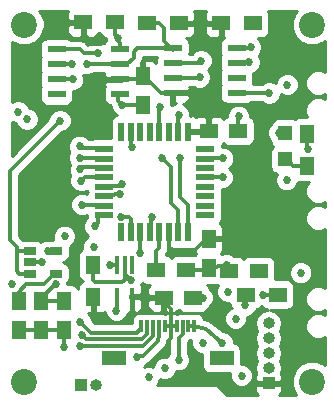
<source format=gtl>
G04 #@! TF.FileFunction,Copper,L1,Top,Signal*
%FSLAX46Y46*%
G04 Gerber Fmt 4.6, Leading zero omitted, Abs format (unit mm)*
G04 Created by KiCad (PCBNEW 4.0.5) date 04/27/18 19:00:17*
%MOMM*%
%LPD*%
G01*
G04 APERTURE LIST*
%ADD10C,0.100000*%
%ADD11R,0.300000X1.000000*%
%ADD12R,2.000000X1.300000*%
%ADD13R,1.500000X1.250000*%
%ADD14R,1.250000X1.500000*%
%ADD15R,1.000000X1.000000*%
%ADD16O,1.000000X1.000000*%
%ADD17R,1.500000X1.300000*%
%ADD18R,1.300000X1.500000*%
%ADD19R,1.060000X0.650000*%
%ADD20R,1.600000X0.550000*%
%ADD21R,0.550000X1.600000*%
%ADD22R,1.550000X0.600000*%
%ADD23R,0.400000X1.500000*%
%ADD24C,2.200000*%
%ADD25R,1.200000X1.200000*%
%ADD26C,0.685800*%
%ADD27C,0.300000*%
%ADD28C,0.152400*%
%ADD29C,0.254000*%
G04 APERTURE END LIST*
D10*
D11*
X115050000Y-81923000D03*
X114550000Y-81923000D03*
X114050000Y-81923000D03*
X113550000Y-81923000D03*
X113050000Y-81923000D03*
X115550000Y-81923000D03*
X116050000Y-81923000D03*
X116550000Y-81923000D03*
X117050000Y-81923000D03*
X117550000Y-81923000D03*
D12*
X110750000Y-84623000D03*
X119850000Y-84623000D03*
D13*
X118765000Y-65405000D03*
X121265000Y-65405000D03*
D14*
X118745000Y-74505500D03*
X118745000Y-77005500D03*
D13*
X114320000Y-77152500D03*
X116820000Y-77152500D03*
X122979500Y-77216000D03*
X120479500Y-77216000D03*
D14*
X102679500Y-82276000D03*
X102679500Y-79776000D03*
X106489500Y-79776000D03*
X106489500Y-82276000D03*
X113157000Y-63226000D03*
X113157000Y-60726000D03*
D13*
X114955000Y-79502000D03*
X117455000Y-79502000D03*
D14*
X104584500Y-79776000D03*
X104584500Y-82276000D03*
D15*
X123825000Y-86741000D03*
D16*
X123825000Y-85471000D03*
X123825000Y-84201000D03*
X123825000Y-82931000D03*
X123825000Y-81661000D03*
D17*
X124603500Y-79248000D03*
X121903500Y-79248000D03*
X116221500Y-56261000D03*
X113521500Y-56261000D03*
X108124000Y-56197500D03*
X110824000Y-56197500D03*
D18*
X108966000Y-79455000D03*
X108966000Y-76755000D03*
D19*
X103611500Y-75567500D03*
X103611500Y-76517500D03*
X103611500Y-77467500D03*
X105811500Y-77467500D03*
X105811500Y-75567500D03*
D20*
X118423000Y-72523000D03*
X118423000Y-71723000D03*
X118423000Y-70923000D03*
X118423000Y-70123000D03*
X118423000Y-69323000D03*
X118423000Y-68523000D03*
X118423000Y-67723000D03*
X118423000Y-66923000D03*
D21*
X116973000Y-65473000D03*
X116173000Y-65473000D03*
X115373000Y-65473000D03*
X114573000Y-65473000D03*
X113773000Y-65473000D03*
X112973000Y-65473000D03*
X112173000Y-65473000D03*
X111373000Y-65473000D03*
D20*
X109923000Y-66923000D03*
X109923000Y-67723000D03*
X109923000Y-68523000D03*
X109923000Y-69323000D03*
X109923000Y-70123000D03*
X109923000Y-70923000D03*
X109923000Y-71723000D03*
X109923000Y-72523000D03*
D21*
X111373000Y-73973000D03*
X112173000Y-73973000D03*
X112973000Y-73973000D03*
X113773000Y-73973000D03*
X114573000Y-73973000D03*
X115373000Y-73973000D03*
X116173000Y-73973000D03*
X116973000Y-73973000D03*
D22*
X105885000Y-58483500D03*
X105885000Y-59753500D03*
X105885000Y-61023500D03*
X105885000Y-62293500D03*
X111285000Y-62293500D03*
X111285000Y-61023500D03*
X111285000Y-59753500D03*
X111285000Y-58483500D03*
X121127500Y-62166500D03*
X121127500Y-60896500D03*
X121127500Y-59626500D03*
X121127500Y-58356500D03*
X115727500Y-58356500D03*
X115727500Y-59626500D03*
X115727500Y-60896500D03*
X115727500Y-62166500D03*
D23*
X112283000Y-76775000D03*
X111633000Y-76775000D03*
X110983000Y-76775000D03*
X110983000Y-79435000D03*
X112283000Y-79435000D03*
D18*
X127063500Y-68342500D03*
X127063500Y-65642500D03*
D17*
X119808000Y-56261000D03*
X122508000Y-56261000D03*
D24*
X103124000Y-86614000D03*
X127508000Y-56388000D03*
X127508000Y-86614000D03*
X103124000Y-56388000D03*
D25*
X125222000Y-65575000D03*
X125222000Y-67775000D03*
D15*
X107950000Y-86868000D03*
D16*
X109220000Y-86868000D03*
D26*
X122174000Y-59563000D03*
X122301000Y-58293000D03*
X118237000Y-79502000D03*
X119888000Y-83312000D03*
X113919000Y-72644000D03*
X116205000Y-64008000D03*
X121285000Y-64135000D03*
X107188000Y-59753500D03*
X127127000Y-66929000D03*
X120269000Y-76708000D03*
X104648000Y-76454000D03*
X110426500Y-76771500D03*
X111442500Y-63182500D03*
X106489500Y-83693000D03*
X122999500Y-77216000D03*
X121856500Y-80137000D03*
X111315500Y-72644000D03*
X115062000Y-85471000D03*
X106172000Y-64516000D03*
X109093000Y-73469500D03*
X102616000Y-63754000D03*
X108013500Y-71628000D03*
X103378000Y-64389000D03*
X110947200Y-80594200D03*
X112712500Y-84518500D03*
X111252000Y-70739000D03*
X106553000Y-74295000D03*
X107823000Y-83566000D03*
X108013500Y-82677000D03*
X109029500Y-75184000D03*
X107886500Y-68643500D03*
X107950000Y-69596000D03*
X107886500Y-81534000D03*
X116205000Y-84772500D03*
X112903000Y-75692000D03*
X121031000Y-81280000D03*
X123317000Y-79248000D03*
X102108000Y-78359000D03*
X108458000Y-59690000D03*
X107823000Y-66675000D03*
X118110000Y-59436000D03*
X107823000Y-67691000D03*
X111061500Y-57531000D03*
X112141000Y-78041500D03*
X120396000Y-78994000D03*
X117983000Y-60833000D03*
X125412500Y-61468000D03*
X112268000Y-66738500D03*
X125349000Y-69532500D03*
X119938800Y-69316600D03*
X111379000Y-69850000D03*
X126555500Y-77406500D03*
X107251500Y-61023500D03*
X114630200Y-63322200D03*
X119951500Y-67691000D03*
X124714000Y-65532000D03*
X123875800Y-62179200D03*
X109347000Y-58801000D03*
X122682000Y-56134000D03*
X113665000Y-86233000D03*
X105791000Y-78359000D03*
X105156000Y-75565000D03*
X121539000Y-86106000D03*
X118237000Y-83312000D03*
X116332000Y-67691000D03*
X114808000Y-67691000D03*
D27*
X118745000Y-74505500D02*
X118534500Y-74505500D01*
X118534500Y-74505500D02*
X117475000Y-75565000D01*
X115373000Y-75495000D02*
X115373000Y-73973000D01*
X115443000Y-75565000D02*
X115373000Y-75495000D01*
X117475000Y-75565000D02*
X115443000Y-75565000D01*
X116973000Y-65473000D02*
X118697000Y-65473000D01*
X118697000Y-65473000D02*
X118765000Y-65405000D01*
X115550000Y-81923000D02*
X115550000Y-82951000D01*
X115550000Y-82951000D02*
X115316000Y-83185000D01*
X114955000Y-79502000D02*
X114955000Y-79903000D01*
X114955000Y-79903000D02*
X115550000Y-80498000D01*
X115550000Y-80498000D02*
X115550000Y-81923000D01*
X108966000Y-79455000D02*
X108919000Y-79455000D01*
X118745000Y-74505500D02*
X119781000Y-74505500D01*
X119781000Y-74505500D02*
X120269000Y-74993500D01*
X115727500Y-62166500D02*
X114744500Y-62166500D01*
X114744500Y-62166500D02*
X113304000Y-60726000D01*
X113304000Y-60726000D02*
X113157000Y-60726000D01*
X111094500Y-61023500D02*
X112669000Y-61023500D01*
X112669000Y-61023500D02*
X112966500Y-60726000D01*
X116050000Y-81923000D02*
X115550000Y-81923000D01*
X115050000Y-81923000D02*
X115550000Y-81923000D01*
X108124000Y-56197500D02*
X108124000Y-57070000D01*
X108458000Y-57404000D02*
X108458000Y-58039000D01*
X108124000Y-57070000D02*
X108458000Y-57404000D01*
X108458000Y-58039000D02*
X108521500Y-58102500D01*
X108458000Y-58039000D02*
X109601000Y-58039000D01*
X121127500Y-59626500D02*
X122110500Y-59626500D01*
X122110500Y-59626500D02*
X122174000Y-59563000D01*
X121127500Y-58356500D02*
X122237500Y-58356500D01*
X122237500Y-58356500D02*
X122301000Y-58293000D01*
X117455000Y-79502000D02*
X118237000Y-79502000D01*
X117455000Y-79502000D02*
X117729000Y-79502000D01*
X117550000Y-81923000D02*
X118491000Y-82169000D01*
X118491000Y-82169000D02*
X119888000Y-83312000D01*
X117455000Y-79502000D02*
X117983000Y-79502000D01*
X113773000Y-73973000D02*
X113900000Y-72663000D01*
X113900000Y-72663000D02*
X113919000Y-72644000D01*
X116173000Y-65473000D02*
X116173000Y-64040000D01*
X116173000Y-64040000D02*
X116205000Y-64008000D01*
X121265000Y-65405000D02*
X121265000Y-64155000D01*
X121265000Y-64155000D02*
X121285000Y-64135000D01*
X127063500Y-65642500D02*
X127063500Y-66865500D01*
X127063500Y-66865500D02*
X127127000Y-66929000D01*
X120225500Y-76751500D02*
X120269000Y-76708000D01*
X120225500Y-76751500D02*
X118745000Y-77005500D01*
X103611500Y-76517500D02*
X104584500Y-76517500D01*
X104584500Y-76517500D02*
X104648000Y-76454000D01*
X110983000Y-76775000D02*
X110411500Y-76756500D01*
X110411500Y-76756500D02*
X110426500Y-76771500D01*
X116820000Y-77152500D02*
X118598000Y-77152500D01*
X118598000Y-77152500D02*
X118745000Y-77005500D01*
X117050000Y-81923000D02*
X117550000Y-81923000D01*
X111094500Y-62293500D02*
X111094500Y-62834500D01*
X111486000Y-63226000D02*
X111442500Y-63182500D01*
X111486000Y-63226000D02*
X112966500Y-63226000D01*
X111094500Y-62834500D02*
X111442500Y-63182500D01*
X105694500Y-59753500D02*
X107188000Y-59753500D01*
X102679500Y-82276000D02*
X104584500Y-82276000D01*
X104584500Y-82276000D02*
X106489500Y-82276000D01*
X106489500Y-82276000D02*
X106489500Y-83693000D01*
X114573000Y-73973000D02*
X114573000Y-75292000D01*
X114320000Y-75545000D02*
X114320000Y-77152500D01*
X114573000Y-75292000D02*
X114320000Y-75545000D01*
X114065000Y-76897500D02*
X114320000Y-77152500D01*
X112173000Y-73973000D02*
X112173000Y-72803000D01*
X112014000Y-72644000D02*
X111315500Y-72644000D01*
X112173000Y-72803000D02*
X112014000Y-72644000D01*
X122999500Y-77216000D02*
X122979500Y-77216000D01*
X121903500Y-79248000D02*
X121903500Y-80090000D01*
X121903500Y-80090000D02*
X121856500Y-80137000D01*
X105811500Y-77467500D02*
X105666500Y-77467500D01*
X105666500Y-77467500D02*
X104775000Y-78359000D01*
X104775000Y-78359000D02*
X103314500Y-78359000D01*
X103314500Y-78359000D02*
X102679500Y-78994000D01*
X102679500Y-78994000D02*
X102679500Y-79776000D01*
X101917500Y-74612500D02*
X102489000Y-75184000D01*
X102489000Y-75184000D02*
X102489000Y-75755500D01*
X101917500Y-68770500D02*
X101917500Y-74612500D01*
X106172000Y-64516000D02*
X101917500Y-68770500D01*
X103611500Y-75567500D02*
X102677000Y-75567500D01*
X102677000Y-77467500D02*
X103611500Y-77467500D01*
X102489000Y-77279500D02*
X102677000Y-77467500D01*
X102489000Y-75755500D02*
X102489000Y-77279500D01*
X102677000Y-75567500D02*
X102489000Y-75755500D01*
X109415000Y-73147500D02*
X109093000Y-73469500D01*
X109415000Y-72459500D02*
X109415000Y-73147500D01*
X108045000Y-71659500D02*
X108013500Y-71628000D01*
X109415000Y-71659500D02*
X108045000Y-71659500D01*
X114550000Y-82681000D02*
X114427000Y-83185000D01*
X110983000Y-79435000D02*
X110995700Y-80545700D01*
X110947200Y-80594200D02*
X110995700Y-80545700D01*
X114550000Y-82681000D02*
X114550000Y-81923000D01*
X113157000Y-84455000D02*
X112712500Y-84518500D01*
X114427000Y-83185000D02*
X113157000Y-84455000D01*
X114050000Y-81923000D02*
X114050000Y-82736500D01*
X111245500Y-70732500D02*
X109415000Y-70859500D01*
X111252000Y-70739000D02*
X111245500Y-70732500D01*
X113220500Y-83566000D02*
X107823000Y-83566000D01*
X114050000Y-82736500D02*
X113220500Y-83566000D01*
X113550000Y-82588800D02*
X113550000Y-81923000D01*
X108381800Y-83045300D02*
X108013500Y-82677000D01*
X113093500Y-83045300D02*
X108381800Y-83045300D01*
X113550000Y-82588800D02*
X113093500Y-83045300D01*
X108070500Y-68459500D02*
X109415000Y-68459500D01*
X107886500Y-68643500D02*
X108070500Y-68459500D01*
X113050000Y-81923000D02*
X113050000Y-82072800D01*
X113050000Y-82072800D02*
X112649000Y-82473800D01*
X112649000Y-82473800D02*
X108826300Y-82473800D01*
X108286500Y-69259500D02*
X109415000Y-69259500D01*
X108286500Y-69259500D02*
X107950000Y-69596000D01*
X108826300Y-82473800D02*
X107886500Y-81534000D01*
X116550000Y-81923000D02*
X116550000Y-82586000D01*
X116550000Y-82586000D02*
X116205000Y-82931000D01*
X116205000Y-82931000D02*
X116205000Y-84772500D01*
X112973000Y-75622000D02*
X112973000Y-73973000D01*
X112903000Y-75692000D02*
X112973000Y-75622000D01*
X123317000Y-79248000D02*
X124603500Y-79248000D01*
X111031000Y-59690000D02*
X108839000Y-59690000D01*
X108458000Y-59690000D02*
X108839000Y-59690000D01*
X108007500Y-66859500D02*
X107823000Y-66675000D01*
X108007500Y-66859500D02*
X109415000Y-66859500D01*
D28*
X111031000Y-59690000D02*
X111094500Y-59753500D01*
X109415000Y-66859500D02*
X108833000Y-66859500D01*
X110967500Y-59880500D02*
X111094500Y-59753500D01*
X111094500Y-59753500D02*
X111823500Y-59753500D01*
D27*
X111823500Y-59753500D02*
X112395000Y-59182000D01*
X112712500Y-58356500D02*
X115727500Y-58356500D01*
X112395000Y-58674000D02*
X112712500Y-58356500D01*
X112395000Y-59182000D02*
X112395000Y-58674000D01*
D28*
X115727500Y-58356500D02*
X115727500Y-58539400D01*
D27*
X115727500Y-58539400D02*
X114935000Y-57746900D01*
X114935000Y-57746900D02*
X114935000Y-56642000D01*
X114935000Y-56642000D02*
X114554000Y-56261000D01*
X114554000Y-56261000D02*
X113521500Y-56261000D01*
X115727500Y-59626500D02*
X117919500Y-59626500D01*
X117919500Y-59626500D02*
X118110000Y-59436000D01*
X109415000Y-67659500D02*
X107854500Y-67659500D01*
X107854500Y-67659500D02*
X107823000Y-67691000D01*
X110824000Y-56197500D02*
X110824000Y-57293500D01*
X110824000Y-57293500D02*
X111061500Y-57531000D01*
X110824000Y-56197500D02*
X111188500Y-56197500D01*
X111285000Y-58483500D02*
X111285000Y-57942500D01*
X111285000Y-57942500D02*
X111061500Y-57719000D01*
X111061500Y-57719000D02*
X111061500Y-57531000D01*
X115727500Y-60896500D02*
X117919500Y-60896500D01*
X112141000Y-78041500D02*
X111633000Y-77533500D01*
X111633000Y-77533500D02*
X111633000Y-76775000D01*
X117919500Y-60896500D02*
X117983000Y-60833000D01*
X108966000Y-76755000D02*
X108966000Y-77978000D01*
X108966000Y-77978000D02*
X109156500Y-78168500D01*
X109156500Y-78168500D02*
X111442500Y-78168500D01*
X111442500Y-78168500D02*
X111633000Y-77978000D01*
X111633000Y-77978000D02*
X111633000Y-76775000D01*
X112173000Y-66643500D02*
X112268000Y-66738500D01*
X112173000Y-66643500D02*
X112268000Y-66738500D01*
X112173000Y-65473000D02*
X112173000Y-66643500D01*
X117915000Y-69259500D02*
X119881700Y-69259500D01*
X119881700Y-69259500D02*
X119938800Y-69316600D01*
X111169500Y-70059500D02*
X111379000Y-69850000D01*
X111169500Y-70059500D02*
X109415000Y-70059500D01*
X114573000Y-65473000D02*
X114573000Y-63379400D01*
X114573000Y-63379400D02*
X114630200Y-63322200D01*
X105885000Y-61023500D02*
X107251500Y-61023500D01*
X114630200Y-63322200D02*
X114579400Y-63373000D01*
X117915000Y-67659500D02*
X119920000Y-67659500D01*
X119920000Y-67659500D02*
X119951500Y-67691000D01*
X124714000Y-65532000D02*
X124734500Y-65511500D01*
D28*
X124734500Y-65511500D02*
X124777500Y-65511500D01*
D27*
X125158500Y-67711500D02*
X125306000Y-67711500D01*
X125306000Y-67711500D02*
X125937000Y-68342500D01*
X125937000Y-68342500D02*
X127063500Y-68342500D01*
X107886500Y-58483500D02*
X108204000Y-58801000D01*
X108204000Y-58801000D02*
X109347000Y-58801000D01*
X105885000Y-58483500D02*
X107886500Y-58483500D01*
X122682000Y-56134000D02*
X122635000Y-56134000D01*
X123863100Y-62166500D02*
X121127500Y-62166500D01*
X123875800Y-62179200D02*
X123863100Y-62166500D01*
X105811500Y-75567500D02*
X105158500Y-75567500D01*
X105791000Y-78359000D02*
X104584500Y-79565500D01*
X105158500Y-75567500D02*
X105156000Y-75565000D01*
X104584500Y-79565500D02*
X104584500Y-79776000D01*
X104584500Y-79776000D02*
X104882000Y-79776000D01*
X104584500Y-79776000D02*
X106489500Y-79776000D01*
X106489500Y-79776000D02*
X106489500Y-79438500D01*
X106810500Y-79455000D02*
X106489500Y-79776000D01*
X116973000Y-73973000D02*
X116973000Y-71634000D01*
X116332000Y-70993000D02*
X116332000Y-67691000D01*
X116973000Y-71634000D02*
X116332000Y-70993000D01*
X116173000Y-72104000D02*
X116173000Y-73973000D01*
X115570000Y-71501000D02*
X116173000Y-72104000D01*
X115570000Y-68453000D02*
X115570000Y-71501000D01*
X114808000Y-67691000D02*
X115570000Y-68453000D01*
D29*
G36*
X118519673Y-55251301D02*
X118423000Y-55484690D01*
X118423000Y-55975250D01*
X118581750Y-56134000D01*
X119681000Y-56134000D01*
X119681000Y-56114000D01*
X119935000Y-56114000D01*
X119935000Y-56134000D01*
X119955000Y-56134000D01*
X119955000Y-56388000D01*
X119935000Y-56388000D01*
X119935000Y-57387250D01*
X120046543Y-57498793D01*
X119901059Y-57592410D01*
X119756069Y-57804610D01*
X119705060Y-58056500D01*
X119705060Y-58656500D01*
X119749338Y-58891817D01*
X119813178Y-58991028D01*
X119756069Y-59074610D01*
X119705060Y-59326500D01*
X119705060Y-59926500D01*
X119749338Y-60161817D01*
X119813178Y-60261028D01*
X119756069Y-60344610D01*
X119705060Y-60596500D01*
X119705060Y-61196500D01*
X119749338Y-61431817D01*
X119813178Y-61531028D01*
X119756069Y-61614610D01*
X119705060Y-61866500D01*
X119705060Y-62466500D01*
X119749338Y-62701817D01*
X119888410Y-62917941D01*
X120100610Y-63062931D01*
X120352500Y-63113940D01*
X121902500Y-63113940D01*
X122137817Y-63069662D01*
X122321446Y-62951500D01*
X123264999Y-62951500D01*
X123321141Y-63007740D01*
X123680430Y-63156930D01*
X124069463Y-63157269D01*
X124429012Y-63008707D01*
X124704340Y-62733859D01*
X124853530Y-62374570D01*
X124853602Y-62292293D01*
X124857841Y-62296540D01*
X125217130Y-62445730D01*
X125606163Y-62446069D01*
X125965712Y-62297507D01*
X126241040Y-62022659D01*
X126390230Y-61663370D01*
X126390569Y-61274337D01*
X126242007Y-60914788D01*
X125967159Y-60639460D01*
X125607870Y-60490270D01*
X125218837Y-60489931D01*
X124859288Y-60638493D01*
X124583960Y-60913341D01*
X124434770Y-61272630D01*
X124434698Y-61354907D01*
X124430459Y-61350660D01*
X124071170Y-61201470D01*
X123682137Y-61201131D01*
X123322588Y-61349693D01*
X123290725Y-61381500D01*
X122512477Y-61381500D01*
X122549940Y-61196500D01*
X122549940Y-60596500D01*
X122527113Y-60475186D01*
X122727212Y-60392507D01*
X123002540Y-60117659D01*
X123151730Y-59758370D01*
X123152069Y-59369337D01*
X123003507Y-59009788D01*
X122985349Y-58991598D01*
X123129540Y-58847659D01*
X123278730Y-58488370D01*
X123279069Y-58099337D01*
X123130507Y-57739788D01*
X122949475Y-57558440D01*
X123258000Y-57558440D01*
X123493317Y-57514162D01*
X123709441Y-57375090D01*
X123854431Y-57162890D01*
X123905440Y-56911000D01*
X123905440Y-55611000D01*
X123861162Y-55375683D01*
X123777070Y-55245000D01*
X126197192Y-55245000D01*
X126037996Y-55403918D01*
X125773301Y-56041373D01*
X125772699Y-56731599D01*
X126036281Y-57369515D01*
X126523918Y-57858004D01*
X127161373Y-58122699D01*
X127851599Y-58123301D01*
X128489515Y-57859719D01*
X128574689Y-57774694D01*
X128574467Y-60391075D01*
X128232767Y-60249189D01*
X127801127Y-60248812D01*
X127402200Y-60413646D01*
X127096718Y-60718595D01*
X126931189Y-61117233D01*
X126930812Y-61548873D01*
X127095646Y-61947800D01*
X127400595Y-62253282D01*
X127799233Y-62418811D01*
X128230873Y-62419188D01*
X128574307Y-62277283D01*
X128574272Y-62690994D01*
X128232767Y-62549189D01*
X127801127Y-62548812D01*
X127402200Y-62713646D01*
X127096718Y-63018595D01*
X126931189Y-63417233D01*
X126930812Y-63848873D01*
X127094514Y-64245060D01*
X126413500Y-64245060D01*
X126178183Y-64289338D01*
X126047743Y-64373274D01*
X125822000Y-64327560D01*
X124622000Y-64327560D01*
X124386683Y-64371838D01*
X124170559Y-64510910D01*
X124025569Y-64723110D01*
X123996541Y-64866453D01*
X123885460Y-64977341D01*
X123736270Y-65336630D01*
X123735931Y-65725663D01*
X123884493Y-66085212D01*
X123974661Y-66175538D01*
X124018838Y-66410317D01*
X124157910Y-66626441D01*
X124227711Y-66674134D01*
X124170559Y-66710910D01*
X124025569Y-66923110D01*
X123974560Y-67175000D01*
X123974560Y-68375000D01*
X124018838Y-68610317D01*
X124157910Y-68826441D01*
X124370110Y-68971431D01*
X124511253Y-69000013D01*
X124371270Y-69337130D01*
X124370931Y-69726163D01*
X124519493Y-70085712D01*
X124794341Y-70361040D01*
X125153630Y-70510230D01*
X125542663Y-70510569D01*
X125902212Y-70362007D01*
X126177540Y-70087159D01*
X126326730Y-69727870D01*
X126326735Y-69722370D01*
X126413500Y-69739940D01*
X127219587Y-69739940D01*
X127096718Y-69862595D01*
X126931189Y-70261233D01*
X126930812Y-70692873D01*
X127095646Y-71091800D01*
X127400595Y-71397282D01*
X127799233Y-71562811D01*
X128230873Y-71563188D01*
X128573533Y-71421603D01*
X128573498Y-71834673D01*
X128232767Y-71693189D01*
X127801127Y-71692812D01*
X127402200Y-71857646D01*
X127096718Y-72162595D01*
X126931189Y-72561233D01*
X126930812Y-72992873D01*
X127095646Y-73391800D01*
X127400595Y-73697282D01*
X127799233Y-73862811D01*
X128230873Y-73863188D01*
X128573338Y-73721684D01*
X128572918Y-78678432D01*
X128232767Y-78537189D01*
X127801127Y-78536812D01*
X127402200Y-78701646D01*
X127096718Y-79006595D01*
X126931189Y-79405233D01*
X126930812Y-79836873D01*
X127095646Y-80235800D01*
X127400595Y-80541282D01*
X127799233Y-80706811D01*
X128230873Y-80707188D01*
X128572758Y-80565923D01*
X128572723Y-80978351D01*
X128232767Y-80837189D01*
X127801127Y-80836812D01*
X127402200Y-81001646D01*
X127096718Y-81306595D01*
X126931189Y-81705233D01*
X126930812Y-82136873D01*
X127095646Y-82535800D01*
X127400595Y-82841282D01*
X127799233Y-83006811D01*
X128230873Y-83007188D01*
X128572563Y-82866004D01*
X128572363Y-85224418D01*
X128492082Y-85143996D01*
X127854627Y-84879301D01*
X127164401Y-84878699D01*
X126526485Y-85142281D01*
X126037996Y-85629918D01*
X125773301Y-86267373D01*
X125772699Y-86957599D01*
X126036281Y-87595515D01*
X126172129Y-87731600D01*
X124732425Y-87731600D01*
X124863327Y-87600699D01*
X124960000Y-87367310D01*
X124960000Y-87026750D01*
X124801250Y-86868000D01*
X123952000Y-86868000D01*
X123952000Y-86888000D01*
X123698000Y-86888000D01*
X123698000Y-86868000D01*
X122848750Y-86868000D01*
X122690000Y-87026750D01*
X122690000Y-87367310D01*
X122786673Y-87600699D01*
X122917575Y-87731600D01*
X120332494Y-87731600D01*
X119653568Y-87080167D01*
X119534774Y-87004294D01*
X119417605Y-86926004D01*
X119409749Y-86924441D01*
X119402997Y-86920129D01*
X119264230Y-86895496D01*
X119126000Y-86868000D01*
X114413059Y-86868000D01*
X114493540Y-86787659D01*
X114642730Y-86428370D01*
X114642793Y-86355785D01*
X114866630Y-86448730D01*
X115255663Y-86449069D01*
X115615212Y-86300507D01*
X115890540Y-86025659D01*
X116005603Y-85748558D01*
X116009630Y-85750230D01*
X116398663Y-85750569D01*
X116758212Y-85602007D01*
X117033540Y-85327159D01*
X117182730Y-84967870D01*
X117183069Y-84578837D01*
X117034507Y-84219288D01*
X116990000Y-84174703D01*
X116990000Y-83256158D01*
X117105079Y-83141079D01*
X117152278Y-83070440D01*
X117200000Y-83070440D01*
X117285099Y-83054428D01*
X117259270Y-83116630D01*
X117258931Y-83505663D01*
X117407493Y-83865212D01*
X117682341Y-84140540D01*
X118041630Y-84289730D01*
X118202560Y-84289870D01*
X118202560Y-85273000D01*
X118246838Y-85508317D01*
X118385910Y-85724441D01*
X118598110Y-85869431D01*
X118850000Y-85920440D01*
X120561261Y-85920440D01*
X120560931Y-86299663D01*
X120709493Y-86659212D01*
X120984341Y-86934540D01*
X121343630Y-87083730D01*
X121732663Y-87084069D01*
X122092212Y-86935507D01*
X122367540Y-86660659D01*
X122516730Y-86301370D01*
X122517069Y-85912337D01*
X122368507Y-85552788D01*
X122093659Y-85277460D01*
X121734370Y-85128270D01*
X121497440Y-85128064D01*
X121497440Y-83973000D01*
X121453162Y-83737683D01*
X121314090Y-83521559D01*
X121101890Y-83376569D01*
X120865886Y-83328777D01*
X120866069Y-83118337D01*
X120717507Y-82758788D01*
X120442659Y-82483460D01*
X120083370Y-82334270D01*
X119932497Y-82334139D01*
X118988092Y-81561444D01*
X118974953Y-81554446D01*
X118965071Y-81543316D01*
X118840229Y-81482694D01*
X118717751Y-81417463D01*
X118702939Y-81416026D01*
X118689546Y-81409523D01*
X118327074Y-81314764D01*
X118303162Y-81187683D01*
X118164090Y-80971559D01*
X117951890Y-80826569D01*
X117700000Y-80775560D01*
X117400000Y-80775560D01*
X117296329Y-80795067D01*
X117200000Y-80775560D01*
X116900000Y-80775560D01*
X116796329Y-80795067D01*
X116700000Y-80775560D01*
X116400000Y-80775560D01*
X116328676Y-80788981D01*
X116326309Y-80788000D01*
X116283750Y-80788000D01*
X116272129Y-80799621D01*
X116164683Y-80819838D01*
X116061354Y-80886329D01*
X116059698Y-80884673D01*
X115826309Y-80788000D01*
X115773691Y-80788000D01*
X115550000Y-80880656D01*
X115326309Y-80788000D01*
X115273691Y-80788000D01*
X115040302Y-80884673D01*
X115038932Y-80886043D01*
X114951890Y-80826569D01*
X114830170Y-80801920D01*
X114816250Y-80788000D01*
X114773691Y-80788000D01*
X114769665Y-80789668D01*
X114700000Y-80775560D01*
X114400000Y-80775560D01*
X114296329Y-80795067D01*
X114200000Y-80775560D01*
X113900000Y-80775560D01*
X113796329Y-80795067D01*
X113700000Y-80775560D01*
X113400000Y-80775560D01*
X113296329Y-80795067D01*
X113200000Y-80775560D01*
X112900000Y-80775560D01*
X112664683Y-80819838D01*
X112448559Y-80958910D01*
X112303569Y-81171110D01*
X112252560Y-81423000D01*
X112252560Y-81688800D01*
X109151458Y-81688800D01*
X108864515Y-81401857D01*
X108864569Y-81340337D01*
X108716007Y-80980788D01*
X108575464Y-80840000D01*
X108680250Y-80840000D01*
X108839000Y-80681250D01*
X108839000Y-79582000D01*
X108819000Y-79582000D01*
X108819000Y-79328000D01*
X108839000Y-79328000D01*
X108839000Y-79308000D01*
X109093000Y-79308000D01*
X109093000Y-79328000D01*
X109113000Y-79328000D01*
X109113000Y-79582000D01*
X109093000Y-79582000D01*
X109093000Y-80681250D01*
X109251750Y-80840000D01*
X109742310Y-80840000D01*
X109969167Y-80746032D01*
X109969131Y-80787863D01*
X110117693Y-81147412D01*
X110392541Y-81422740D01*
X110751830Y-81571930D01*
X111140863Y-81572269D01*
X111500412Y-81423707D01*
X111775740Y-81148859D01*
X111918810Y-80804309D01*
X111956690Y-80820000D01*
X112024250Y-80820000D01*
X112183000Y-80661250D01*
X112183000Y-79562000D01*
X112383000Y-79562000D01*
X112383000Y-80661250D01*
X112541750Y-80820000D01*
X112609310Y-80820000D01*
X112842699Y-80723327D01*
X113021327Y-80544698D01*
X113118000Y-80311309D01*
X113118000Y-79787750D01*
X113570000Y-79787750D01*
X113570000Y-80253310D01*
X113666673Y-80486699D01*
X113845302Y-80665327D01*
X114078691Y-80762000D01*
X114669250Y-80762000D01*
X114828000Y-80603250D01*
X114828000Y-79629000D01*
X113728750Y-79629000D01*
X113570000Y-79787750D01*
X113118000Y-79787750D01*
X113118000Y-79720750D01*
X112959250Y-79562000D01*
X112383000Y-79562000D01*
X112183000Y-79562000D01*
X112136000Y-79562000D01*
X112136000Y-79308000D01*
X112183000Y-79308000D01*
X112183000Y-79288000D01*
X112383000Y-79288000D01*
X112383000Y-79308000D01*
X112959250Y-79308000D01*
X113118000Y-79149250D01*
X113118000Y-78558691D01*
X113051631Y-78398462D01*
X113118461Y-78237517D01*
X113318110Y-78373931D01*
X113570000Y-78424940D01*
X113759035Y-78424940D01*
X113666673Y-78517301D01*
X113570000Y-78750690D01*
X113570000Y-79216250D01*
X113728750Y-79375000D01*
X114828000Y-79375000D01*
X114828000Y-79355000D01*
X115082000Y-79355000D01*
X115082000Y-79375000D01*
X115102000Y-79375000D01*
X115102000Y-79629000D01*
X115082000Y-79629000D01*
X115082000Y-80603250D01*
X115240750Y-80762000D01*
X115831309Y-80762000D01*
X116064698Y-80665327D01*
X116205936Y-80524090D01*
X116240910Y-80578441D01*
X116453110Y-80723431D01*
X116705000Y-80774440D01*
X118205000Y-80774440D01*
X118440317Y-80730162D01*
X118656441Y-80591090D01*
X118801431Y-80378890D01*
X118816300Y-80305464D01*
X119065540Y-80056659D01*
X119214730Y-79697370D01*
X119215069Y-79308337D01*
X119066507Y-78948788D01*
X118819363Y-78701213D01*
X118808162Y-78641683D01*
X118669090Y-78425559D01*
X118635986Y-78402940D01*
X119370000Y-78402940D01*
X119414795Y-78394511D01*
X119477610Y-78437431D01*
X119561222Y-78454363D01*
X119418270Y-78798630D01*
X119417931Y-79187663D01*
X119566493Y-79547212D01*
X119841341Y-79822540D01*
X120200630Y-79971730D01*
X120519986Y-79972008D01*
X120550338Y-80133317D01*
X120689410Y-80349441D01*
X120701824Y-80357923D01*
X120477788Y-80450493D01*
X120202460Y-80725341D01*
X120053270Y-81084630D01*
X120052931Y-81473663D01*
X120201493Y-81833212D01*
X120476341Y-82108540D01*
X120835630Y-82257730D01*
X121224663Y-82258069D01*
X121584212Y-82109507D01*
X121859540Y-81834659D01*
X122008730Y-81475370D01*
X122009044Y-81115033D01*
X122050163Y-81115069D01*
X122409712Y-80966507D01*
X122685040Y-80691659D01*
X122753575Y-80526610D01*
X122888817Y-80501162D01*
X123104941Y-80362090D01*
X123198066Y-80225797D01*
X123309910Y-80225894D01*
X123389410Y-80349441D01*
X123601610Y-80494431D01*
X123779931Y-80530542D01*
X123368418Y-80612397D01*
X123000198Y-80858434D01*
X122754161Y-81226654D01*
X122667764Y-81661000D01*
X122754161Y-82095346D01*
X122888234Y-82296000D01*
X122754161Y-82496654D01*
X122667764Y-82931000D01*
X122754161Y-83365346D01*
X122888234Y-83566000D01*
X122754161Y-83766654D01*
X122667764Y-84201000D01*
X122754161Y-84635346D01*
X122888234Y-84836000D01*
X122754161Y-85036654D01*
X122667764Y-85471000D01*
X122754161Y-85905346D01*
X122768083Y-85926182D01*
X122690000Y-86114690D01*
X122690000Y-86455250D01*
X122848750Y-86614000D01*
X123698000Y-86614000D01*
X123698000Y-86594000D01*
X123742436Y-86594000D01*
X123802764Y-86606000D01*
X123847236Y-86606000D01*
X123907564Y-86594000D01*
X123952000Y-86594000D01*
X123952000Y-86614000D01*
X124801250Y-86614000D01*
X124960000Y-86455250D01*
X124960000Y-86114690D01*
X124881917Y-85926182D01*
X124895839Y-85905346D01*
X124982236Y-85471000D01*
X124895839Y-85036654D01*
X124761766Y-84836000D01*
X124895839Y-84635346D01*
X124982236Y-84201000D01*
X124895839Y-83766654D01*
X124761766Y-83566000D01*
X124895839Y-83365346D01*
X124982236Y-82931000D01*
X124895839Y-82496654D01*
X124761766Y-82296000D01*
X124895839Y-82095346D01*
X124982236Y-81661000D01*
X124895839Y-81226654D01*
X124649802Y-80858434D01*
X124281582Y-80612397D01*
X123944967Y-80545440D01*
X125353500Y-80545440D01*
X125588817Y-80501162D01*
X125804941Y-80362090D01*
X125949931Y-80149890D01*
X126000940Y-79898000D01*
X126000940Y-78598000D01*
X125956662Y-78362683D01*
X125817590Y-78146559D01*
X125605390Y-78001569D01*
X125353500Y-77950560D01*
X124354754Y-77950560D01*
X124376940Y-77841000D01*
X124376940Y-77600163D01*
X125577431Y-77600163D01*
X125725993Y-77959712D01*
X126000841Y-78235040D01*
X126360130Y-78384230D01*
X126749163Y-78384569D01*
X127108712Y-78236007D01*
X127384040Y-77961159D01*
X127533230Y-77601870D01*
X127533569Y-77212837D01*
X127385007Y-76853288D01*
X127110159Y-76577960D01*
X126750870Y-76428770D01*
X126361837Y-76428431D01*
X126002288Y-76576993D01*
X125726960Y-76851841D01*
X125577770Y-77211130D01*
X125577431Y-77600163D01*
X124376940Y-77600163D01*
X124376940Y-76591000D01*
X124332662Y-76355683D01*
X124193590Y-76139559D01*
X123981390Y-75994569D01*
X123729500Y-75943560D01*
X122229500Y-75943560D01*
X121994183Y-75987838D01*
X121778059Y-76126910D01*
X121730366Y-76196711D01*
X121693590Y-76139559D01*
X121481390Y-75994569D01*
X121229500Y-75943560D01*
X120887647Y-75943560D01*
X120823659Y-75879460D01*
X120464370Y-75730270D01*
X120075337Y-75729931D01*
X119847079Y-75824245D01*
X119834090Y-75804059D01*
X119765994Y-75757531D01*
X119908327Y-75615198D01*
X120005000Y-75381809D01*
X120005000Y-74791250D01*
X119846250Y-74632500D01*
X118872000Y-74632500D01*
X118872000Y-74652500D01*
X118618000Y-74652500D01*
X118618000Y-74632500D01*
X118598000Y-74632500D01*
X118598000Y-74378500D01*
X118618000Y-74378500D01*
X118618000Y-74358500D01*
X118872000Y-74358500D01*
X118872000Y-74378500D01*
X119846250Y-74378500D01*
X120005000Y-74219750D01*
X120005000Y-73629191D01*
X119908327Y-73395802D01*
X119729699Y-73217173D01*
X119710551Y-73209242D01*
X119819431Y-73049890D01*
X119870440Y-72798000D01*
X119870440Y-72248000D01*
X119846056Y-72118411D01*
X119870440Y-71998000D01*
X119870440Y-71448000D01*
X119846056Y-71318411D01*
X119870440Y-71198000D01*
X119870440Y-70648000D01*
X119846056Y-70518411D01*
X119870440Y-70398000D01*
X119870440Y-70294441D01*
X120132463Y-70294669D01*
X120492012Y-70146107D01*
X120767340Y-69871259D01*
X120916530Y-69511970D01*
X120916869Y-69122937D01*
X120768307Y-68763388D01*
X120515299Y-68509938D01*
X120780040Y-68245659D01*
X120929230Y-67886370D01*
X120929569Y-67497337D01*
X120781007Y-67137788D01*
X120506159Y-66862460D01*
X120146870Y-66713270D01*
X119870440Y-66713029D01*
X119870440Y-66648000D01*
X119856840Y-66575724D01*
X119874698Y-66568327D01*
X120015936Y-66427090D01*
X120050910Y-66481441D01*
X120263110Y-66626431D01*
X120515000Y-66677440D01*
X122015000Y-66677440D01*
X122250317Y-66633162D01*
X122466441Y-66494090D01*
X122611431Y-66281890D01*
X122662440Y-66030000D01*
X122662440Y-64780000D01*
X122618162Y-64544683D01*
X122479090Y-64328559D01*
X122266890Y-64183569D01*
X122262859Y-64182753D01*
X122263069Y-63941337D01*
X122114507Y-63581788D01*
X121839659Y-63306460D01*
X121480370Y-63157270D01*
X121091337Y-63156931D01*
X120731788Y-63305493D01*
X120456460Y-63580341D01*
X120307270Y-63939630D01*
X120307068Y-64171685D01*
X120279683Y-64176838D01*
X120063559Y-64315910D01*
X120017031Y-64384006D01*
X119874698Y-64241673D01*
X119641309Y-64145000D01*
X119050750Y-64145000D01*
X118892000Y-64303750D01*
X118892000Y-65278000D01*
X118912000Y-65278000D01*
X118912000Y-65532000D01*
X118892000Y-65532000D01*
X118892000Y-65552000D01*
X118638000Y-65552000D01*
X118638000Y-65532000D01*
X117538750Y-65532000D01*
X117470750Y-65600000D01*
X117100000Y-65600000D01*
X117100000Y-65620000D01*
X117095440Y-65620000D01*
X117095440Y-65326000D01*
X117100000Y-65326000D01*
X117100000Y-65346000D01*
X117724250Y-65346000D01*
X117792250Y-65278000D01*
X118638000Y-65278000D01*
X118638000Y-64303750D01*
X118479250Y-64145000D01*
X117888691Y-64145000D01*
X117697302Y-64224276D01*
X117607699Y-64134673D01*
X117374310Y-64038000D01*
X117258750Y-64038000D01*
X117182808Y-64113942D01*
X117183069Y-63814337D01*
X117034507Y-63454788D01*
X116759659Y-63179460D01*
X116571911Y-63101500D01*
X116628809Y-63101500D01*
X116862198Y-63004827D01*
X117040827Y-62826199D01*
X117137500Y-62592810D01*
X117137500Y-62452250D01*
X116978750Y-62293500D01*
X115854500Y-62293500D01*
X115854500Y-62942750D01*
X115962047Y-63050297D01*
X115651788Y-63178493D01*
X115608188Y-63222017D01*
X115608269Y-63128537D01*
X115551677Y-62991573D01*
X115600500Y-62942750D01*
X115600500Y-62293500D01*
X115580500Y-62293500D01*
X115580500Y-62039500D01*
X115600500Y-62039500D01*
X115600500Y-62019500D01*
X115854500Y-62019500D01*
X115854500Y-62039500D01*
X116978750Y-62039500D01*
X117137500Y-61880750D01*
X117137500Y-61740190D01*
X117113190Y-61681500D01*
X117476410Y-61681500D01*
X117787630Y-61810730D01*
X118176663Y-61811069D01*
X118536212Y-61662507D01*
X118811540Y-61387659D01*
X118960730Y-61028370D01*
X118961069Y-60639337D01*
X118812507Y-60279788D01*
X118730849Y-60197988D01*
X118938540Y-59990659D01*
X119087730Y-59631370D01*
X119088069Y-59242337D01*
X118939507Y-58882788D01*
X118664659Y-58607460D01*
X118305370Y-58458270D01*
X117916337Y-58457931D01*
X117556788Y-58606493D01*
X117321371Y-58841500D01*
X117112477Y-58841500D01*
X117149940Y-58656500D01*
X117149940Y-58056500D01*
X117105662Y-57821183D01*
X116966590Y-57605059D01*
X116880154Y-57546000D01*
X117097809Y-57546000D01*
X117331198Y-57449327D01*
X117509827Y-57270699D01*
X117606500Y-57037310D01*
X117606500Y-56546750D01*
X118423000Y-56546750D01*
X118423000Y-57037310D01*
X118519673Y-57270699D01*
X118698302Y-57449327D01*
X118931691Y-57546000D01*
X119522250Y-57546000D01*
X119681000Y-57387250D01*
X119681000Y-56388000D01*
X118581750Y-56388000D01*
X118423000Y-56546750D01*
X117606500Y-56546750D01*
X117447750Y-56388000D01*
X116348500Y-56388000D01*
X116348500Y-56408000D01*
X116094500Y-56408000D01*
X116094500Y-56388000D01*
X116074500Y-56388000D01*
X116074500Y-56134000D01*
X116094500Y-56134000D01*
X116094500Y-56114000D01*
X116348500Y-56114000D01*
X116348500Y-56134000D01*
X117447750Y-56134000D01*
X117606500Y-55975250D01*
X117606500Y-55484690D01*
X117509827Y-55251301D01*
X117503526Y-55245000D01*
X118525974Y-55245000D01*
X118519673Y-55251301D01*
X118519673Y-55251301D01*
G37*
X118519673Y-55251301D02*
X118423000Y-55484690D01*
X118423000Y-55975250D01*
X118581750Y-56134000D01*
X119681000Y-56134000D01*
X119681000Y-56114000D01*
X119935000Y-56114000D01*
X119935000Y-56134000D01*
X119955000Y-56134000D01*
X119955000Y-56388000D01*
X119935000Y-56388000D01*
X119935000Y-57387250D01*
X120046543Y-57498793D01*
X119901059Y-57592410D01*
X119756069Y-57804610D01*
X119705060Y-58056500D01*
X119705060Y-58656500D01*
X119749338Y-58891817D01*
X119813178Y-58991028D01*
X119756069Y-59074610D01*
X119705060Y-59326500D01*
X119705060Y-59926500D01*
X119749338Y-60161817D01*
X119813178Y-60261028D01*
X119756069Y-60344610D01*
X119705060Y-60596500D01*
X119705060Y-61196500D01*
X119749338Y-61431817D01*
X119813178Y-61531028D01*
X119756069Y-61614610D01*
X119705060Y-61866500D01*
X119705060Y-62466500D01*
X119749338Y-62701817D01*
X119888410Y-62917941D01*
X120100610Y-63062931D01*
X120352500Y-63113940D01*
X121902500Y-63113940D01*
X122137817Y-63069662D01*
X122321446Y-62951500D01*
X123264999Y-62951500D01*
X123321141Y-63007740D01*
X123680430Y-63156930D01*
X124069463Y-63157269D01*
X124429012Y-63008707D01*
X124704340Y-62733859D01*
X124853530Y-62374570D01*
X124853602Y-62292293D01*
X124857841Y-62296540D01*
X125217130Y-62445730D01*
X125606163Y-62446069D01*
X125965712Y-62297507D01*
X126241040Y-62022659D01*
X126390230Y-61663370D01*
X126390569Y-61274337D01*
X126242007Y-60914788D01*
X125967159Y-60639460D01*
X125607870Y-60490270D01*
X125218837Y-60489931D01*
X124859288Y-60638493D01*
X124583960Y-60913341D01*
X124434770Y-61272630D01*
X124434698Y-61354907D01*
X124430459Y-61350660D01*
X124071170Y-61201470D01*
X123682137Y-61201131D01*
X123322588Y-61349693D01*
X123290725Y-61381500D01*
X122512477Y-61381500D01*
X122549940Y-61196500D01*
X122549940Y-60596500D01*
X122527113Y-60475186D01*
X122727212Y-60392507D01*
X123002540Y-60117659D01*
X123151730Y-59758370D01*
X123152069Y-59369337D01*
X123003507Y-59009788D01*
X122985349Y-58991598D01*
X123129540Y-58847659D01*
X123278730Y-58488370D01*
X123279069Y-58099337D01*
X123130507Y-57739788D01*
X122949475Y-57558440D01*
X123258000Y-57558440D01*
X123493317Y-57514162D01*
X123709441Y-57375090D01*
X123854431Y-57162890D01*
X123905440Y-56911000D01*
X123905440Y-55611000D01*
X123861162Y-55375683D01*
X123777070Y-55245000D01*
X126197192Y-55245000D01*
X126037996Y-55403918D01*
X125773301Y-56041373D01*
X125772699Y-56731599D01*
X126036281Y-57369515D01*
X126523918Y-57858004D01*
X127161373Y-58122699D01*
X127851599Y-58123301D01*
X128489515Y-57859719D01*
X128574689Y-57774694D01*
X128574467Y-60391075D01*
X128232767Y-60249189D01*
X127801127Y-60248812D01*
X127402200Y-60413646D01*
X127096718Y-60718595D01*
X126931189Y-61117233D01*
X126930812Y-61548873D01*
X127095646Y-61947800D01*
X127400595Y-62253282D01*
X127799233Y-62418811D01*
X128230873Y-62419188D01*
X128574307Y-62277283D01*
X128574272Y-62690994D01*
X128232767Y-62549189D01*
X127801127Y-62548812D01*
X127402200Y-62713646D01*
X127096718Y-63018595D01*
X126931189Y-63417233D01*
X126930812Y-63848873D01*
X127094514Y-64245060D01*
X126413500Y-64245060D01*
X126178183Y-64289338D01*
X126047743Y-64373274D01*
X125822000Y-64327560D01*
X124622000Y-64327560D01*
X124386683Y-64371838D01*
X124170559Y-64510910D01*
X124025569Y-64723110D01*
X123996541Y-64866453D01*
X123885460Y-64977341D01*
X123736270Y-65336630D01*
X123735931Y-65725663D01*
X123884493Y-66085212D01*
X123974661Y-66175538D01*
X124018838Y-66410317D01*
X124157910Y-66626441D01*
X124227711Y-66674134D01*
X124170559Y-66710910D01*
X124025569Y-66923110D01*
X123974560Y-67175000D01*
X123974560Y-68375000D01*
X124018838Y-68610317D01*
X124157910Y-68826441D01*
X124370110Y-68971431D01*
X124511253Y-69000013D01*
X124371270Y-69337130D01*
X124370931Y-69726163D01*
X124519493Y-70085712D01*
X124794341Y-70361040D01*
X125153630Y-70510230D01*
X125542663Y-70510569D01*
X125902212Y-70362007D01*
X126177540Y-70087159D01*
X126326730Y-69727870D01*
X126326735Y-69722370D01*
X126413500Y-69739940D01*
X127219587Y-69739940D01*
X127096718Y-69862595D01*
X126931189Y-70261233D01*
X126930812Y-70692873D01*
X127095646Y-71091800D01*
X127400595Y-71397282D01*
X127799233Y-71562811D01*
X128230873Y-71563188D01*
X128573533Y-71421603D01*
X128573498Y-71834673D01*
X128232767Y-71693189D01*
X127801127Y-71692812D01*
X127402200Y-71857646D01*
X127096718Y-72162595D01*
X126931189Y-72561233D01*
X126930812Y-72992873D01*
X127095646Y-73391800D01*
X127400595Y-73697282D01*
X127799233Y-73862811D01*
X128230873Y-73863188D01*
X128573338Y-73721684D01*
X128572918Y-78678432D01*
X128232767Y-78537189D01*
X127801127Y-78536812D01*
X127402200Y-78701646D01*
X127096718Y-79006595D01*
X126931189Y-79405233D01*
X126930812Y-79836873D01*
X127095646Y-80235800D01*
X127400595Y-80541282D01*
X127799233Y-80706811D01*
X128230873Y-80707188D01*
X128572758Y-80565923D01*
X128572723Y-80978351D01*
X128232767Y-80837189D01*
X127801127Y-80836812D01*
X127402200Y-81001646D01*
X127096718Y-81306595D01*
X126931189Y-81705233D01*
X126930812Y-82136873D01*
X127095646Y-82535800D01*
X127400595Y-82841282D01*
X127799233Y-83006811D01*
X128230873Y-83007188D01*
X128572563Y-82866004D01*
X128572363Y-85224418D01*
X128492082Y-85143996D01*
X127854627Y-84879301D01*
X127164401Y-84878699D01*
X126526485Y-85142281D01*
X126037996Y-85629918D01*
X125773301Y-86267373D01*
X125772699Y-86957599D01*
X126036281Y-87595515D01*
X126172129Y-87731600D01*
X124732425Y-87731600D01*
X124863327Y-87600699D01*
X124960000Y-87367310D01*
X124960000Y-87026750D01*
X124801250Y-86868000D01*
X123952000Y-86868000D01*
X123952000Y-86888000D01*
X123698000Y-86888000D01*
X123698000Y-86868000D01*
X122848750Y-86868000D01*
X122690000Y-87026750D01*
X122690000Y-87367310D01*
X122786673Y-87600699D01*
X122917575Y-87731600D01*
X120332494Y-87731600D01*
X119653568Y-87080167D01*
X119534774Y-87004294D01*
X119417605Y-86926004D01*
X119409749Y-86924441D01*
X119402997Y-86920129D01*
X119264230Y-86895496D01*
X119126000Y-86868000D01*
X114413059Y-86868000D01*
X114493540Y-86787659D01*
X114642730Y-86428370D01*
X114642793Y-86355785D01*
X114866630Y-86448730D01*
X115255663Y-86449069D01*
X115615212Y-86300507D01*
X115890540Y-86025659D01*
X116005603Y-85748558D01*
X116009630Y-85750230D01*
X116398663Y-85750569D01*
X116758212Y-85602007D01*
X117033540Y-85327159D01*
X117182730Y-84967870D01*
X117183069Y-84578837D01*
X117034507Y-84219288D01*
X116990000Y-84174703D01*
X116990000Y-83256158D01*
X117105079Y-83141079D01*
X117152278Y-83070440D01*
X117200000Y-83070440D01*
X117285099Y-83054428D01*
X117259270Y-83116630D01*
X117258931Y-83505663D01*
X117407493Y-83865212D01*
X117682341Y-84140540D01*
X118041630Y-84289730D01*
X118202560Y-84289870D01*
X118202560Y-85273000D01*
X118246838Y-85508317D01*
X118385910Y-85724441D01*
X118598110Y-85869431D01*
X118850000Y-85920440D01*
X120561261Y-85920440D01*
X120560931Y-86299663D01*
X120709493Y-86659212D01*
X120984341Y-86934540D01*
X121343630Y-87083730D01*
X121732663Y-87084069D01*
X122092212Y-86935507D01*
X122367540Y-86660659D01*
X122516730Y-86301370D01*
X122517069Y-85912337D01*
X122368507Y-85552788D01*
X122093659Y-85277460D01*
X121734370Y-85128270D01*
X121497440Y-85128064D01*
X121497440Y-83973000D01*
X121453162Y-83737683D01*
X121314090Y-83521559D01*
X121101890Y-83376569D01*
X120865886Y-83328777D01*
X120866069Y-83118337D01*
X120717507Y-82758788D01*
X120442659Y-82483460D01*
X120083370Y-82334270D01*
X119932497Y-82334139D01*
X118988092Y-81561444D01*
X118974953Y-81554446D01*
X118965071Y-81543316D01*
X118840229Y-81482694D01*
X118717751Y-81417463D01*
X118702939Y-81416026D01*
X118689546Y-81409523D01*
X118327074Y-81314764D01*
X118303162Y-81187683D01*
X118164090Y-80971559D01*
X117951890Y-80826569D01*
X117700000Y-80775560D01*
X117400000Y-80775560D01*
X117296329Y-80795067D01*
X117200000Y-80775560D01*
X116900000Y-80775560D01*
X116796329Y-80795067D01*
X116700000Y-80775560D01*
X116400000Y-80775560D01*
X116328676Y-80788981D01*
X116326309Y-80788000D01*
X116283750Y-80788000D01*
X116272129Y-80799621D01*
X116164683Y-80819838D01*
X116061354Y-80886329D01*
X116059698Y-80884673D01*
X115826309Y-80788000D01*
X115773691Y-80788000D01*
X115550000Y-80880656D01*
X115326309Y-80788000D01*
X115273691Y-80788000D01*
X115040302Y-80884673D01*
X115038932Y-80886043D01*
X114951890Y-80826569D01*
X114830170Y-80801920D01*
X114816250Y-80788000D01*
X114773691Y-80788000D01*
X114769665Y-80789668D01*
X114700000Y-80775560D01*
X114400000Y-80775560D01*
X114296329Y-80795067D01*
X114200000Y-80775560D01*
X113900000Y-80775560D01*
X113796329Y-80795067D01*
X113700000Y-80775560D01*
X113400000Y-80775560D01*
X113296329Y-80795067D01*
X113200000Y-80775560D01*
X112900000Y-80775560D01*
X112664683Y-80819838D01*
X112448559Y-80958910D01*
X112303569Y-81171110D01*
X112252560Y-81423000D01*
X112252560Y-81688800D01*
X109151458Y-81688800D01*
X108864515Y-81401857D01*
X108864569Y-81340337D01*
X108716007Y-80980788D01*
X108575464Y-80840000D01*
X108680250Y-80840000D01*
X108839000Y-80681250D01*
X108839000Y-79582000D01*
X108819000Y-79582000D01*
X108819000Y-79328000D01*
X108839000Y-79328000D01*
X108839000Y-79308000D01*
X109093000Y-79308000D01*
X109093000Y-79328000D01*
X109113000Y-79328000D01*
X109113000Y-79582000D01*
X109093000Y-79582000D01*
X109093000Y-80681250D01*
X109251750Y-80840000D01*
X109742310Y-80840000D01*
X109969167Y-80746032D01*
X109969131Y-80787863D01*
X110117693Y-81147412D01*
X110392541Y-81422740D01*
X110751830Y-81571930D01*
X111140863Y-81572269D01*
X111500412Y-81423707D01*
X111775740Y-81148859D01*
X111918810Y-80804309D01*
X111956690Y-80820000D01*
X112024250Y-80820000D01*
X112183000Y-80661250D01*
X112183000Y-79562000D01*
X112383000Y-79562000D01*
X112383000Y-80661250D01*
X112541750Y-80820000D01*
X112609310Y-80820000D01*
X112842699Y-80723327D01*
X113021327Y-80544698D01*
X113118000Y-80311309D01*
X113118000Y-79787750D01*
X113570000Y-79787750D01*
X113570000Y-80253310D01*
X113666673Y-80486699D01*
X113845302Y-80665327D01*
X114078691Y-80762000D01*
X114669250Y-80762000D01*
X114828000Y-80603250D01*
X114828000Y-79629000D01*
X113728750Y-79629000D01*
X113570000Y-79787750D01*
X113118000Y-79787750D01*
X113118000Y-79720750D01*
X112959250Y-79562000D01*
X112383000Y-79562000D01*
X112183000Y-79562000D01*
X112136000Y-79562000D01*
X112136000Y-79308000D01*
X112183000Y-79308000D01*
X112183000Y-79288000D01*
X112383000Y-79288000D01*
X112383000Y-79308000D01*
X112959250Y-79308000D01*
X113118000Y-79149250D01*
X113118000Y-78558691D01*
X113051631Y-78398462D01*
X113118461Y-78237517D01*
X113318110Y-78373931D01*
X113570000Y-78424940D01*
X113759035Y-78424940D01*
X113666673Y-78517301D01*
X113570000Y-78750690D01*
X113570000Y-79216250D01*
X113728750Y-79375000D01*
X114828000Y-79375000D01*
X114828000Y-79355000D01*
X115082000Y-79355000D01*
X115082000Y-79375000D01*
X115102000Y-79375000D01*
X115102000Y-79629000D01*
X115082000Y-79629000D01*
X115082000Y-80603250D01*
X115240750Y-80762000D01*
X115831309Y-80762000D01*
X116064698Y-80665327D01*
X116205936Y-80524090D01*
X116240910Y-80578441D01*
X116453110Y-80723431D01*
X116705000Y-80774440D01*
X118205000Y-80774440D01*
X118440317Y-80730162D01*
X118656441Y-80591090D01*
X118801431Y-80378890D01*
X118816300Y-80305464D01*
X119065540Y-80056659D01*
X119214730Y-79697370D01*
X119215069Y-79308337D01*
X119066507Y-78948788D01*
X118819363Y-78701213D01*
X118808162Y-78641683D01*
X118669090Y-78425559D01*
X118635986Y-78402940D01*
X119370000Y-78402940D01*
X119414795Y-78394511D01*
X119477610Y-78437431D01*
X119561222Y-78454363D01*
X119418270Y-78798630D01*
X119417931Y-79187663D01*
X119566493Y-79547212D01*
X119841341Y-79822540D01*
X120200630Y-79971730D01*
X120519986Y-79972008D01*
X120550338Y-80133317D01*
X120689410Y-80349441D01*
X120701824Y-80357923D01*
X120477788Y-80450493D01*
X120202460Y-80725341D01*
X120053270Y-81084630D01*
X120052931Y-81473663D01*
X120201493Y-81833212D01*
X120476341Y-82108540D01*
X120835630Y-82257730D01*
X121224663Y-82258069D01*
X121584212Y-82109507D01*
X121859540Y-81834659D01*
X122008730Y-81475370D01*
X122009044Y-81115033D01*
X122050163Y-81115069D01*
X122409712Y-80966507D01*
X122685040Y-80691659D01*
X122753575Y-80526610D01*
X122888817Y-80501162D01*
X123104941Y-80362090D01*
X123198066Y-80225797D01*
X123309910Y-80225894D01*
X123389410Y-80349441D01*
X123601610Y-80494431D01*
X123779931Y-80530542D01*
X123368418Y-80612397D01*
X123000198Y-80858434D01*
X122754161Y-81226654D01*
X122667764Y-81661000D01*
X122754161Y-82095346D01*
X122888234Y-82296000D01*
X122754161Y-82496654D01*
X122667764Y-82931000D01*
X122754161Y-83365346D01*
X122888234Y-83566000D01*
X122754161Y-83766654D01*
X122667764Y-84201000D01*
X122754161Y-84635346D01*
X122888234Y-84836000D01*
X122754161Y-85036654D01*
X122667764Y-85471000D01*
X122754161Y-85905346D01*
X122768083Y-85926182D01*
X122690000Y-86114690D01*
X122690000Y-86455250D01*
X122848750Y-86614000D01*
X123698000Y-86614000D01*
X123698000Y-86594000D01*
X123742436Y-86594000D01*
X123802764Y-86606000D01*
X123847236Y-86606000D01*
X123907564Y-86594000D01*
X123952000Y-86594000D01*
X123952000Y-86614000D01*
X124801250Y-86614000D01*
X124960000Y-86455250D01*
X124960000Y-86114690D01*
X124881917Y-85926182D01*
X124895839Y-85905346D01*
X124982236Y-85471000D01*
X124895839Y-85036654D01*
X124761766Y-84836000D01*
X124895839Y-84635346D01*
X124982236Y-84201000D01*
X124895839Y-83766654D01*
X124761766Y-83566000D01*
X124895839Y-83365346D01*
X124982236Y-82931000D01*
X124895839Y-82496654D01*
X124761766Y-82296000D01*
X124895839Y-82095346D01*
X124982236Y-81661000D01*
X124895839Y-81226654D01*
X124649802Y-80858434D01*
X124281582Y-80612397D01*
X123944967Y-80545440D01*
X125353500Y-80545440D01*
X125588817Y-80501162D01*
X125804941Y-80362090D01*
X125949931Y-80149890D01*
X126000940Y-79898000D01*
X126000940Y-78598000D01*
X125956662Y-78362683D01*
X125817590Y-78146559D01*
X125605390Y-78001569D01*
X125353500Y-77950560D01*
X124354754Y-77950560D01*
X124376940Y-77841000D01*
X124376940Y-77600163D01*
X125577431Y-77600163D01*
X125725993Y-77959712D01*
X126000841Y-78235040D01*
X126360130Y-78384230D01*
X126749163Y-78384569D01*
X127108712Y-78236007D01*
X127384040Y-77961159D01*
X127533230Y-77601870D01*
X127533569Y-77212837D01*
X127385007Y-76853288D01*
X127110159Y-76577960D01*
X126750870Y-76428770D01*
X126361837Y-76428431D01*
X126002288Y-76576993D01*
X125726960Y-76851841D01*
X125577770Y-77211130D01*
X125577431Y-77600163D01*
X124376940Y-77600163D01*
X124376940Y-76591000D01*
X124332662Y-76355683D01*
X124193590Y-76139559D01*
X123981390Y-75994569D01*
X123729500Y-75943560D01*
X122229500Y-75943560D01*
X121994183Y-75987838D01*
X121778059Y-76126910D01*
X121730366Y-76196711D01*
X121693590Y-76139559D01*
X121481390Y-75994569D01*
X121229500Y-75943560D01*
X120887647Y-75943560D01*
X120823659Y-75879460D01*
X120464370Y-75730270D01*
X120075337Y-75729931D01*
X119847079Y-75824245D01*
X119834090Y-75804059D01*
X119765994Y-75757531D01*
X119908327Y-75615198D01*
X120005000Y-75381809D01*
X120005000Y-74791250D01*
X119846250Y-74632500D01*
X118872000Y-74632500D01*
X118872000Y-74652500D01*
X118618000Y-74652500D01*
X118618000Y-74632500D01*
X118598000Y-74632500D01*
X118598000Y-74378500D01*
X118618000Y-74378500D01*
X118618000Y-74358500D01*
X118872000Y-74358500D01*
X118872000Y-74378500D01*
X119846250Y-74378500D01*
X120005000Y-74219750D01*
X120005000Y-73629191D01*
X119908327Y-73395802D01*
X119729699Y-73217173D01*
X119710551Y-73209242D01*
X119819431Y-73049890D01*
X119870440Y-72798000D01*
X119870440Y-72248000D01*
X119846056Y-72118411D01*
X119870440Y-71998000D01*
X119870440Y-71448000D01*
X119846056Y-71318411D01*
X119870440Y-71198000D01*
X119870440Y-70648000D01*
X119846056Y-70518411D01*
X119870440Y-70398000D01*
X119870440Y-70294441D01*
X120132463Y-70294669D01*
X120492012Y-70146107D01*
X120767340Y-69871259D01*
X120916530Y-69511970D01*
X120916869Y-69122937D01*
X120768307Y-68763388D01*
X120515299Y-68509938D01*
X120780040Y-68245659D01*
X120929230Y-67886370D01*
X120929569Y-67497337D01*
X120781007Y-67137788D01*
X120506159Y-66862460D01*
X120146870Y-66713270D01*
X119870440Y-66713029D01*
X119870440Y-66648000D01*
X119856840Y-66575724D01*
X119874698Y-66568327D01*
X120015936Y-66427090D01*
X120050910Y-66481441D01*
X120263110Y-66626431D01*
X120515000Y-66677440D01*
X122015000Y-66677440D01*
X122250317Y-66633162D01*
X122466441Y-66494090D01*
X122611431Y-66281890D01*
X122662440Y-66030000D01*
X122662440Y-64780000D01*
X122618162Y-64544683D01*
X122479090Y-64328559D01*
X122266890Y-64183569D01*
X122262859Y-64182753D01*
X122263069Y-63941337D01*
X122114507Y-63581788D01*
X121839659Y-63306460D01*
X121480370Y-63157270D01*
X121091337Y-63156931D01*
X120731788Y-63305493D01*
X120456460Y-63580341D01*
X120307270Y-63939630D01*
X120307068Y-64171685D01*
X120279683Y-64176838D01*
X120063559Y-64315910D01*
X120017031Y-64384006D01*
X119874698Y-64241673D01*
X119641309Y-64145000D01*
X119050750Y-64145000D01*
X118892000Y-64303750D01*
X118892000Y-65278000D01*
X118912000Y-65278000D01*
X118912000Y-65532000D01*
X118892000Y-65532000D01*
X118892000Y-65552000D01*
X118638000Y-65552000D01*
X118638000Y-65532000D01*
X117538750Y-65532000D01*
X117470750Y-65600000D01*
X117100000Y-65600000D01*
X117100000Y-65620000D01*
X117095440Y-65620000D01*
X117095440Y-65326000D01*
X117100000Y-65326000D01*
X117100000Y-65346000D01*
X117724250Y-65346000D01*
X117792250Y-65278000D01*
X118638000Y-65278000D01*
X118638000Y-64303750D01*
X118479250Y-64145000D01*
X117888691Y-64145000D01*
X117697302Y-64224276D01*
X117607699Y-64134673D01*
X117374310Y-64038000D01*
X117258750Y-64038000D01*
X117182808Y-64113942D01*
X117183069Y-63814337D01*
X117034507Y-63454788D01*
X116759659Y-63179460D01*
X116571911Y-63101500D01*
X116628809Y-63101500D01*
X116862198Y-63004827D01*
X117040827Y-62826199D01*
X117137500Y-62592810D01*
X117137500Y-62452250D01*
X116978750Y-62293500D01*
X115854500Y-62293500D01*
X115854500Y-62942750D01*
X115962047Y-63050297D01*
X115651788Y-63178493D01*
X115608188Y-63222017D01*
X115608269Y-63128537D01*
X115551677Y-62991573D01*
X115600500Y-62942750D01*
X115600500Y-62293500D01*
X115580500Y-62293500D01*
X115580500Y-62039500D01*
X115600500Y-62039500D01*
X115600500Y-62019500D01*
X115854500Y-62019500D01*
X115854500Y-62039500D01*
X116978750Y-62039500D01*
X117137500Y-61880750D01*
X117137500Y-61740190D01*
X117113190Y-61681500D01*
X117476410Y-61681500D01*
X117787630Y-61810730D01*
X118176663Y-61811069D01*
X118536212Y-61662507D01*
X118811540Y-61387659D01*
X118960730Y-61028370D01*
X118961069Y-60639337D01*
X118812507Y-60279788D01*
X118730849Y-60197988D01*
X118938540Y-59990659D01*
X119087730Y-59631370D01*
X119088069Y-59242337D01*
X118939507Y-58882788D01*
X118664659Y-58607460D01*
X118305370Y-58458270D01*
X117916337Y-58457931D01*
X117556788Y-58606493D01*
X117321371Y-58841500D01*
X117112477Y-58841500D01*
X117149940Y-58656500D01*
X117149940Y-58056500D01*
X117105662Y-57821183D01*
X116966590Y-57605059D01*
X116880154Y-57546000D01*
X117097809Y-57546000D01*
X117331198Y-57449327D01*
X117509827Y-57270699D01*
X117606500Y-57037310D01*
X117606500Y-56546750D01*
X118423000Y-56546750D01*
X118423000Y-57037310D01*
X118519673Y-57270699D01*
X118698302Y-57449327D01*
X118931691Y-57546000D01*
X119522250Y-57546000D01*
X119681000Y-57387250D01*
X119681000Y-56388000D01*
X118581750Y-56388000D01*
X118423000Y-56546750D01*
X117606500Y-56546750D01*
X117447750Y-56388000D01*
X116348500Y-56388000D01*
X116348500Y-56408000D01*
X116094500Y-56408000D01*
X116094500Y-56388000D01*
X116074500Y-56388000D01*
X116074500Y-56134000D01*
X116094500Y-56134000D01*
X116094500Y-56114000D01*
X116348500Y-56114000D01*
X116348500Y-56134000D01*
X117447750Y-56134000D01*
X117606500Y-55975250D01*
X117606500Y-55484690D01*
X117509827Y-55251301D01*
X117503526Y-55245000D01*
X118525974Y-55245000D01*
X118519673Y-55251301D01*
G36*
X115420000Y-84174377D02*
X115376460Y-84217841D01*
X115261397Y-84494942D01*
X115257370Y-84493270D01*
X114868337Y-84492931D01*
X114508788Y-84641493D01*
X114233460Y-84916341D01*
X114084270Y-85275630D01*
X114084207Y-85348215D01*
X113860370Y-85255270D01*
X113471337Y-85254931D01*
X113279580Y-85334163D01*
X113427884Y-85186117D01*
X113457407Y-85180245D01*
X113504044Y-85149083D01*
X113556952Y-85130472D01*
X113630234Y-85064766D01*
X113712079Y-85010079D01*
X114982079Y-83740079D01*
X115015723Y-83689727D01*
X115060344Y-83648789D01*
X115100019Y-83563568D01*
X115152245Y-83485407D01*
X115164059Y-83426015D01*
X115189618Y-83371115D01*
X115266736Y-83055119D01*
X115273691Y-83058000D01*
X115326309Y-83058000D01*
X115420000Y-83019192D01*
X115420000Y-84174377D01*
X115420000Y-84174377D01*
G37*
X115420000Y-84174377D02*
X115376460Y-84217841D01*
X115261397Y-84494942D01*
X115257370Y-84493270D01*
X114868337Y-84492931D01*
X114508788Y-84641493D01*
X114233460Y-84916341D01*
X114084270Y-85275630D01*
X114084207Y-85348215D01*
X113860370Y-85255270D01*
X113471337Y-85254931D01*
X113279580Y-85334163D01*
X113427884Y-85186117D01*
X113457407Y-85180245D01*
X113504044Y-85149083D01*
X113556952Y-85130472D01*
X113630234Y-85064766D01*
X113712079Y-85010079D01*
X114982079Y-83740079D01*
X115015723Y-83689727D01*
X115060344Y-83648789D01*
X115100019Y-83563568D01*
X115152245Y-83485407D01*
X115164059Y-83426015D01*
X115189618Y-83371115D01*
X115266736Y-83055119D01*
X115273691Y-83058000D01*
X115326309Y-83058000D01*
X115420000Y-83019192D01*
X115420000Y-84174377D01*
G36*
X106739000Y-55421190D02*
X106739000Y-55911750D01*
X106897750Y-56070500D01*
X107997000Y-56070500D01*
X107997000Y-56050500D01*
X108251000Y-56050500D01*
X108251000Y-56070500D01*
X108271000Y-56070500D01*
X108271000Y-56324500D01*
X108251000Y-56324500D01*
X108251000Y-57323750D01*
X108409750Y-57482500D01*
X109000309Y-57482500D01*
X109233698Y-57385827D01*
X109412327Y-57207199D01*
X109468654Y-57071213D01*
X109470838Y-57082817D01*
X109609910Y-57298941D01*
X109822110Y-57443931D01*
X110074000Y-57494940D01*
X110079069Y-57494940D01*
X110083611Y-57517775D01*
X110083450Y-57703393D01*
X110058559Y-57719410D01*
X109913569Y-57931610D01*
X109904683Y-57975489D01*
X109901659Y-57972460D01*
X109542370Y-57823270D01*
X109153337Y-57822931D01*
X108793788Y-57971493D01*
X108749203Y-58016000D01*
X108529158Y-58016000D01*
X108441579Y-57928421D01*
X108186907Y-57758255D01*
X107886500Y-57698500D01*
X107074975Y-57698500D01*
X106911890Y-57587069D01*
X106660000Y-57536060D01*
X105110000Y-57536060D01*
X104874683Y-57580338D01*
X104658559Y-57719410D01*
X104513569Y-57931610D01*
X104462560Y-58183500D01*
X104462560Y-58783500D01*
X104506838Y-59018817D01*
X104570678Y-59118028D01*
X104513569Y-59201610D01*
X104462560Y-59453500D01*
X104462560Y-60053500D01*
X104506838Y-60288817D01*
X104570678Y-60388028D01*
X104513569Y-60471610D01*
X104462560Y-60723500D01*
X104462560Y-61323500D01*
X104506838Y-61558817D01*
X104570678Y-61658028D01*
X104513569Y-61741610D01*
X104462560Y-61993500D01*
X104462560Y-62593500D01*
X104506838Y-62828817D01*
X104645910Y-63044941D01*
X104858110Y-63189931D01*
X105110000Y-63240940D01*
X106660000Y-63240940D01*
X106895317Y-63196662D01*
X107111441Y-63057590D01*
X107256431Y-62845390D01*
X107307440Y-62593500D01*
X107307440Y-62001449D01*
X107445163Y-62001569D01*
X107804712Y-61853007D01*
X108080040Y-61578159D01*
X108229230Y-61218870D01*
X108229569Y-60829837D01*
X108141869Y-60617586D01*
X108262630Y-60667730D01*
X108651663Y-60668069D01*
X109011212Y-60519507D01*
X109055797Y-60475000D01*
X109925613Y-60475000D01*
X109875000Y-60597190D01*
X109875000Y-60737750D01*
X110033750Y-60896500D01*
X111158000Y-60896500D01*
X111158000Y-60876500D01*
X111412000Y-60876500D01*
X111412000Y-60896500D01*
X111432000Y-60896500D01*
X111432000Y-61150500D01*
X111412000Y-61150500D01*
X111412000Y-61170500D01*
X111158000Y-61170500D01*
X111158000Y-61150500D01*
X110033750Y-61150500D01*
X109875000Y-61309250D01*
X109875000Y-61449810D01*
X109964806Y-61666622D01*
X109913569Y-61741610D01*
X109862560Y-61993500D01*
X109862560Y-62593500D01*
X109906838Y-62828817D01*
X110045910Y-63044941D01*
X110258110Y-63189931D01*
X110429166Y-63224571D01*
X110464517Y-63277477D01*
X110464431Y-63376163D01*
X110612993Y-63735712D01*
X110887841Y-64011040D01*
X110977440Y-64048245D01*
X110862683Y-64069838D01*
X110646559Y-64208910D01*
X110501569Y-64421110D01*
X110450560Y-64673000D01*
X110450560Y-66000560D01*
X109123000Y-66000560D01*
X108887683Y-66044838D01*
X108841587Y-66074500D01*
X108605301Y-66074500D01*
X108377659Y-65846460D01*
X108018370Y-65697270D01*
X107629337Y-65696931D01*
X107269788Y-65845493D01*
X106994460Y-66120341D01*
X106845270Y-66479630D01*
X106844931Y-66868663D01*
X106974948Y-67183330D01*
X106845270Y-67495630D01*
X106844931Y-67884663D01*
X106993469Y-68244153D01*
X106908770Y-68448130D01*
X106908431Y-68837163D01*
X107056969Y-69196653D01*
X106972270Y-69400630D01*
X106971931Y-69789663D01*
X107120493Y-70149212D01*
X107395341Y-70424540D01*
X107754630Y-70573730D01*
X108143663Y-70574069D01*
X108482357Y-70434124D01*
X108499944Y-70527589D01*
X108475560Y-70648000D01*
X108475560Y-70761009D01*
X108208870Y-70650270D01*
X107819837Y-70649931D01*
X107460288Y-70798493D01*
X107184960Y-71073341D01*
X107035770Y-71432630D01*
X107035431Y-71821663D01*
X107183993Y-72181212D01*
X107458841Y-72456540D01*
X107818130Y-72605730D01*
X108207163Y-72606069D01*
X108475560Y-72495170D01*
X108475560Y-72704109D01*
X108264460Y-72914841D01*
X108115270Y-73274130D01*
X108114931Y-73663163D01*
X108263493Y-74022712D01*
X108538341Y-74298040D01*
X108575536Y-74313485D01*
X108476288Y-74354493D01*
X108200960Y-74629341D01*
X108051770Y-74988630D01*
X108051431Y-75377663D01*
X108065466Y-75411630D01*
X107864559Y-75540910D01*
X107719569Y-75753110D01*
X107668560Y-76005000D01*
X107668560Y-77505000D01*
X107712838Y-77740317D01*
X107851910Y-77956441D01*
X108064110Y-78101431D01*
X108097490Y-78108191D01*
X107956301Y-78166673D01*
X107777673Y-78345302D01*
X107681000Y-78578691D01*
X107681000Y-78733709D01*
X107578590Y-78574559D01*
X107366390Y-78429569D01*
X107114500Y-78378560D01*
X106768883Y-78378560D01*
X106768976Y-78272011D01*
X106792941Y-78256590D01*
X106937931Y-78044390D01*
X106988940Y-77792500D01*
X106988940Y-77142500D01*
X106944662Y-76907183D01*
X106805590Y-76691059D01*
X106593390Y-76546069D01*
X106456380Y-76518324D01*
X106576817Y-76495662D01*
X106792941Y-76356590D01*
X106937931Y-76144390D01*
X106988940Y-75892500D01*
X106988940Y-75242500D01*
X106976800Y-75177979D01*
X107106212Y-75124507D01*
X107381540Y-74849659D01*
X107530730Y-74490370D01*
X107531069Y-74101337D01*
X107382507Y-73741788D01*
X107107659Y-73466460D01*
X106748370Y-73317270D01*
X106359337Y-73316931D01*
X105999788Y-73465493D01*
X105724460Y-73740341D01*
X105575270Y-74099630D01*
X105574931Y-74488663D01*
X105618893Y-74595060D01*
X105370130Y-74595060D01*
X105351370Y-74587270D01*
X104962337Y-74586931D01*
X104602788Y-74735493D01*
X104570882Y-74767344D01*
X104393390Y-74646069D01*
X104141500Y-74595060D01*
X103081500Y-74595060D01*
X103021507Y-74606349D01*
X102702500Y-74287342D01*
X102702500Y-69095658D01*
X106304143Y-65494015D01*
X106365663Y-65494069D01*
X106725212Y-65345507D01*
X107000540Y-65070659D01*
X107149730Y-64711370D01*
X107150069Y-64322337D01*
X107001507Y-63962788D01*
X106726659Y-63687460D01*
X106367370Y-63538270D01*
X105978337Y-63537931D01*
X105618788Y-63686493D01*
X105343460Y-63961341D01*
X105194270Y-64320630D01*
X105194215Y-64383627D01*
X102108000Y-67469842D01*
X102108000Y-64601915D01*
X102420630Y-64731730D01*
X102461539Y-64731766D01*
X102548493Y-64942212D01*
X102823341Y-65217540D01*
X103182630Y-65366730D01*
X103571663Y-65367069D01*
X103931212Y-65218507D01*
X104206540Y-64943659D01*
X104355730Y-64584370D01*
X104356069Y-64195337D01*
X104207507Y-63835788D01*
X103932659Y-63560460D01*
X103573370Y-63411270D01*
X103532461Y-63411234D01*
X103445507Y-63200788D01*
X103170659Y-62925460D01*
X102811370Y-62776270D01*
X102422337Y-62775931D01*
X102108000Y-62905812D01*
X102108000Y-57826030D01*
X102139918Y-57858004D01*
X102777373Y-58122699D01*
X103467599Y-58123301D01*
X104105515Y-57859719D01*
X104594004Y-57372082D01*
X104858699Y-56734627D01*
X104858918Y-56483250D01*
X106739000Y-56483250D01*
X106739000Y-56973810D01*
X106835673Y-57207199D01*
X107014302Y-57385827D01*
X107247691Y-57482500D01*
X107838250Y-57482500D01*
X107997000Y-57323750D01*
X107997000Y-56324500D01*
X106897750Y-56324500D01*
X106739000Y-56483250D01*
X104858918Y-56483250D01*
X104859301Y-56044401D01*
X104595719Y-55406485D01*
X104434516Y-55245000D01*
X106811980Y-55245000D01*
X106739000Y-55421190D01*
X106739000Y-55421190D01*
G37*
X106739000Y-55421190D02*
X106739000Y-55911750D01*
X106897750Y-56070500D01*
X107997000Y-56070500D01*
X107997000Y-56050500D01*
X108251000Y-56050500D01*
X108251000Y-56070500D01*
X108271000Y-56070500D01*
X108271000Y-56324500D01*
X108251000Y-56324500D01*
X108251000Y-57323750D01*
X108409750Y-57482500D01*
X109000309Y-57482500D01*
X109233698Y-57385827D01*
X109412327Y-57207199D01*
X109468654Y-57071213D01*
X109470838Y-57082817D01*
X109609910Y-57298941D01*
X109822110Y-57443931D01*
X110074000Y-57494940D01*
X110079069Y-57494940D01*
X110083611Y-57517775D01*
X110083450Y-57703393D01*
X110058559Y-57719410D01*
X109913569Y-57931610D01*
X109904683Y-57975489D01*
X109901659Y-57972460D01*
X109542370Y-57823270D01*
X109153337Y-57822931D01*
X108793788Y-57971493D01*
X108749203Y-58016000D01*
X108529158Y-58016000D01*
X108441579Y-57928421D01*
X108186907Y-57758255D01*
X107886500Y-57698500D01*
X107074975Y-57698500D01*
X106911890Y-57587069D01*
X106660000Y-57536060D01*
X105110000Y-57536060D01*
X104874683Y-57580338D01*
X104658559Y-57719410D01*
X104513569Y-57931610D01*
X104462560Y-58183500D01*
X104462560Y-58783500D01*
X104506838Y-59018817D01*
X104570678Y-59118028D01*
X104513569Y-59201610D01*
X104462560Y-59453500D01*
X104462560Y-60053500D01*
X104506838Y-60288817D01*
X104570678Y-60388028D01*
X104513569Y-60471610D01*
X104462560Y-60723500D01*
X104462560Y-61323500D01*
X104506838Y-61558817D01*
X104570678Y-61658028D01*
X104513569Y-61741610D01*
X104462560Y-61993500D01*
X104462560Y-62593500D01*
X104506838Y-62828817D01*
X104645910Y-63044941D01*
X104858110Y-63189931D01*
X105110000Y-63240940D01*
X106660000Y-63240940D01*
X106895317Y-63196662D01*
X107111441Y-63057590D01*
X107256431Y-62845390D01*
X107307440Y-62593500D01*
X107307440Y-62001449D01*
X107445163Y-62001569D01*
X107804712Y-61853007D01*
X108080040Y-61578159D01*
X108229230Y-61218870D01*
X108229569Y-60829837D01*
X108141869Y-60617586D01*
X108262630Y-60667730D01*
X108651663Y-60668069D01*
X109011212Y-60519507D01*
X109055797Y-60475000D01*
X109925613Y-60475000D01*
X109875000Y-60597190D01*
X109875000Y-60737750D01*
X110033750Y-60896500D01*
X111158000Y-60896500D01*
X111158000Y-60876500D01*
X111412000Y-60876500D01*
X111412000Y-60896500D01*
X111432000Y-60896500D01*
X111432000Y-61150500D01*
X111412000Y-61150500D01*
X111412000Y-61170500D01*
X111158000Y-61170500D01*
X111158000Y-61150500D01*
X110033750Y-61150500D01*
X109875000Y-61309250D01*
X109875000Y-61449810D01*
X109964806Y-61666622D01*
X109913569Y-61741610D01*
X109862560Y-61993500D01*
X109862560Y-62593500D01*
X109906838Y-62828817D01*
X110045910Y-63044941D01*
X110258110Y-63189931D01*
X110429166Y-63224571D01*
X110464517Y-63277477D01*
X110464431Y-63376163D01*
X110612993Y-63735712D01*
X110887841Y-64011040D01*
X110977440Y-64048245D01*
X110862683Y-64069838D01*
X110646559Y-64208910D01*
X110501569Y-64421110D01*
X110450560Y-64673000D01*
X110450560Y-66000560D01*
X109123000Y-66000560D01*
X108887683Y-66044838D01*
X108841587Y-66074500D01*
X108605301Y-66074500D01*
X108377659Y-65846460D01*
X108018370Y-65697270D01*
X107629337Y-65696931D01*
X107269788Y-65845493D01*
X106994460Y-66120341D01*
X106845270Y-66479630D01*
X106844931Y-66868663D01*
X106974948Y-67183330D01*
X106845270Y-67495630D01*
X106844931Y-67884663D01*
X106993469Y-68244153D01*
X106908770Y-68448130D01*
X106908431Y-68837163D01*
X107056969Y-69196653D01*
X106972270Y-69400630D01*
X106971931Y-69789663D01*
X107120493Y-70149212D01*
X107395341Y-70424540D01*
X107754630Y-70573730D01*
X108143663Y-70574069D01*
X108482357Y-70434124D01*
X108499944Y-70527589D01*
X108475560Y-70648000D01*
X108475560Y-70761009D01*
X108208870Y-70650270D01*
X107819837Y-70649931D01*
X107460288Y-70798493D01*
X107184960Y-71073341D01*
X107035770Y-71432630D01*
X107035431Y-71821663D01*
X107183993Y-72181212D01*
X107458841Y-72456540D01*
X107818130Y-72605730D01*
X108207163Y-72606069D01*
X108475560Y-72495170D01*
X108475560Y-72704109D01*
X108264460Y-72914841D01*
X108115270Y-73274130D01*
X108114931Y-73663163D01*
X108263493Y-74022712D01*
X108538341Y-74298040D01*
X108575536Y-74313485D01*
X108476288Y-74354493D01*
X108200960Y-74629341D01*
X108051770Y-74988630D01*
X108051431Y-75377663D01*
X108065466Y-75411630D01*
X107864559Y-75540910D01*
X107719569Y-75753110D01*
X107668560Y-76005000D01*
X107668560Y-77505000D01*
X107712838Y-77740317D01*
X107851910Y-77956441D01*
X108064110Y-78101431D01*
X108097490Y-78108191D01*
X107956301Y-78166673D01*
X107777673Y-78345302D01*
X107681000Y-78578691D01*
X107681000Y-78733709D01*
X107578590Y-78574559D01*
X107366390Y-78429569D01*
X107114500Y-78378560D01*
X106768883Y-78378560D01*
X106768976Y-78272011D01*
X106792941Y-78256590D01*
X106937931Y-78044390D01*
X106988940Y-77792500D01*
X106988940Y-77142500D01*
X106944662Y-76907183D01*
X106805590Y-76691059D01*
X106593390Y-76546069D01*
X106456380Y-76518324D01*
X106576817Y-76495662D01*
X106792941Y-76356590D01*
X106937931Y-76144390D01*
X106988940Y-75892500D01*
X106988940Y-75242500D01*
X106976800Y-75177979D01*
X107106212Y-75124507D01*
X107381540Y-74849659D01*
X107530730Y-74490370D01*
X107531069Y-74101337D01*
X107382507Y-73741788D01*
X107107659Y-73466460D01*
X106748370Y-73317270D01*
X106359337Y-73316931D01*
X105999788Y-73465493D01*
X105724460Y-73740341D01*
X105575270Y-74099630D01*
X105574931Y-74488663D01*
X105618893Y-74595060D01*
X105370130Y-74595060D01*
X105351370Y-74587270D01*
X104962337Y-74586931D01*
X104602788Y-74735493D01*
X104570882Y-74767344D01*
X104393390Y-74646069D01*
X104141500Y-74595060D01*
X103081500Y-74595060D01*
X103021507Y-74606349D01*
X102702500Y-74287342D01*
X102702500Y-69095658D01*
X106304143Y-65494015D01*
X106365663Y-65494069D01*
X106725212Y-65345507D01*
X107000540Y-65070659D01*
X107149730Y-64711370D01*
X107150069Y-64322337D01*
X107001507Y-63962788D01*
X106726659Y-63687460D01*
X106367370Y-63538270D01*
X105978337Y-63537931D01*
X105618788Y-63686493D01*
X105343460Y-63961341D01*
X105194270Y-64320630D01*
X105194215Y-64383627D01*
X102108000Y-67469842D01*
X102108000Y-64601915D01*
X102420630Y-64731730D01*
X102461539Y-64731766D01*
X102548493Y-64942212D01*
X102823341Y-65217540D01*
X103182630Y-65366730D01*
X103571663Y-65367069D01*
X103931212Y-65218507D01*
X104206540Y-64943659D01*
X104355730Y-64584370D01*
X104356069Y-64195337D01*
X104207507Y-63835788D01*
X103932659Y-63560460D01*
X103573370Y-63411270D01*
X103532461Y-63411234D01*
X103445507Y-63200788D01*
X103170659Y-62925460D01*
X102811370Y-62776270D01*
X102422337Y-62775931D01*
X102108000Y-62905812D01*
X102108000Y-57826030D01*
X102139918Y-57858004D01*
X102777373Y-58122699D01*
X103467599Y-58123301D01*
X104105515Y-57859719D01*
X104594004Y-57372082D01*
X104858699Y-56734627D01*
X104858918Y-56483250D01*
X106739000Y-56483250D01*
X106739000Y-56973810D01*
X106835673Y-57207199D01*
X107014302Y-57385827D01*
X107247691Y-57482500D01*
X107838250Y-57482500D01*
X107997000Y-57323750D01*
X107997000Y-56324500D01*
X106897750Y-56324500D01*
X106739000Y-56483250D01*
X104858918Y-56483250D01*
X104859301Y-56044401D01*
X104595719Y-55406485D01*
X104434516Y-55245000D01*
X106811980Y-55245000D01*
X106739000Y-55421190D01*
G36*
X115433910Y-75224441D02*
X115564245Y-75313495D01*
X115658750Y-75408000D01*
X115774310Y-75408000D01*
X115794753Y-75399532D01*
X115898000Y-75420440D01*
X116448000Y-75420440D01*
X116577589Y-75396056D01*
X116698000Y-75420440D01*
X117248000Y-75420440D01*
X117483317Y-75376162D01*
X117485000Y-75375079D01*
X117485000Y-75381809D01*
X117581673Y-75615198D01*
X117722910Y-75756436D01*
X117668559Y-75791410D01*
X117603370Y-75886818D01*
X117570000Y-75880060D01*
X116070000Y-75880060D01*
X115834683Y-75924338D01*
X115618559Y-76063410D01*
X115570866Y-76133211D01*
X115534090Y-76076059D01*
X115321890Y-75931069D01*
X115105000Y-75887148D01*
X115105000Y-75870158D01*
X115128079Y-75847079D01*
X115298245Y-75592407D01*
X115358000Y-75292000D01*
X115358000Y-75151386D01*
X115372884Y-75129603D01*
X115433910Y-75224441D01*
X115433910Y-75224441D01*
G37*
X115433910Y-75224441D02*
X115564245Y-75313495D01*
X115658750Y-75408000D01*
X115774310Y-75408000D01*
X115794753Y-75399532D01*
X115898000Y-75420440D01*
X116448000Y-75420440D01*
X116577589Y-75396056D01*
X116698000Y-75420440D01*
X117248000Y-75420440D01*
X117483317Y-75376162D01*
X117485000Y-75375079D01*
X117485000Y-75381809D01*
X117581673Y-75615198D01*
X117722910Y-75756436D01*
X117668559Y-75791410D01*
X117603370Y-75886818D01*
X117570000Y-75880060D01*
X116070000Y-75880060D01*
X115834683Y-75924338D01*
X115618559Y-76063410D01*
X115570866Y-76133211D01*
X115534090Y-76076059D01*
X115321890Y-75931069D01*
X115105000Y-75887148D01*
X115105000Y-75870158D01*
X115128079Y-75847079D01*
X115298245Y-75592407D01*
X115358000Y-75292000D01*
X115358000Y-75151386D01*
X115372884Y-75129603D01*
X115433910Y-75224441D01*
G36*
X114305060Y-59326500D02*
X114305060Y-59601035D01*
X114141699Y-59437673D01*
X113908310Y-59341000D01*
X113442750Y-59341000D01*
X113284000Y-59499750D01*
X113284000Y-60599000D01*
X113304000Y-60599000D01*
X113304000Y-60853000D01*
X113284000Y-60853000D01*
X113284000Y-60873000D01*
X113030000Y-60873000D01*
X113030000Y-60853000D01*
X113010000Y-60853000D01*
X113010000Y-60599000D01*
X113030000Y-60599000D01*
X113030000Y-59617468D01*
X113120245Y-59482407D01*
X113180000Y-59182000D01*
X113180000Y-59141500D01*
X114342523Y-59141500D01*
X114305060Y-59326500D01*
X114305060Y-59326500D01*
G37*
X114305060Y-59326500D02*
X114305060Y-59601035D01*
X114141699Y-59437673D01*
X113908310Y-59341000D01*
X113442750Y-59341000D01*
X113284000Y-59499750D01*
X113284000Y-60599000D01*
X113304000Y-60599000D01*
X113304000Y-60853000D01*
X113284000Y-60853000D01*
X113284000Y-60873000D01*
X113030000Y-60873000D01*
X113030000Y-60853000D01*
X113010000Y-60853000D01*
X113010000Y-60599000D01*
X113030000Y-60599000D01*
X113030000Y-59617468D01*
X113120245Y-59482407D01*
X113180000Y-59182000D01*
X113180000Y-59141500D01*
X114342523Y-59141500D01*
X114305060Y-59326500D01*
M02*

</source>
